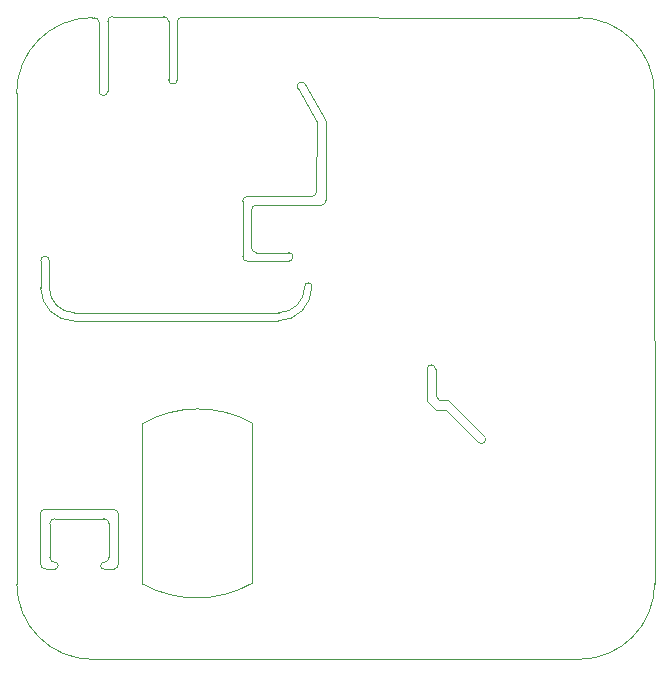
<source format=gbr>
%TF.GenerationSoftware,KiCad,Pcbnew,7.0.1*%
%TF.CreationDate,2023-04-03T11:39:16+02:00*%
%TF.ProjectId,smart_power_socket-54x54x1.6mm_3Cu,736d6172-745f-4706-9f77-65725f736f63,rev?*%
%TF.SameCoordinates,Original*%
%TF.FileFunction,Glue,Bot*%
%TF.FilePolarity,Positive*%
%FSLAX46Y46*%
G04 Gerber Fmt 4.6, Leading zero omitted, Abs format (unit mm)*
G04 Created by KiCad (PCBNEW 7.0.1) date 2023-04-03 11:39:16*
%MOMM*%
%LPD*%
G01*
G04 APERTURE LIST*
%TA.AperFunction,Profile*%
%ADD10C,0.100000*%
%TD*%
G04 APERTURE END LIST*
D10*
X116034099Y-112111772D02*
X116052969Y-116354114D01*
X116053012Y-116354114D02*
G75*
G03*
X116483456Y-116764113I410688J214D01*
G01*
X122643533Y-112108968D02*
G75*
G03*
X122213106Y-111698969I-410133J368D01*
G01*
X133166963Y-90296963D02*
X133169024Y-85632061D01*
X149514022Y-102110000D02*
X149514022Y-99850000D01*
X133983518Y-104398103D02*
X133983518Y-117967975D01*
X138475031Y-75704054D02*
G75*
G03*
X137833206Y-76074610I-320931J-185246D01*
G01*
X121850193Y-112910000D02*
G75*
G03*
X121419756Y-112500002I-410293J200D01*
G01*
X118920000Y-95070000D02*
X136210000Y-95070000D01*
X133580000Y-90710000D02*
X137060000Y-90710871D01*
X114049965Y-118009947D02*
X114031486Y-76477000D01*
X139031575Y-92830000D02*
G75*
G03*
X138428425Y-92830000I-301575J0D01*
G01*
X124690000Y-104455063D02*
X124690000Y-118024935D01*
X117263698Y-112493958D02*
X121419756Y-112500001D01*
X116810000Y-92960000D02*
X116810000Y-90660000D01*
X116843168Y-115784446D02*
G75*
G03*
X117273699Y-116194445I410532J46D01*
G01*
X128063037Y-70017000D02*
G75*
G03*
X127650000Y-70430000I-37J-413000D01*
G01*
X153640000Y-105505978D02*
X151100000Y-102965978D01*
X122240273Y-116774315D02*
X121440275Y-116774758D01*
X133983533Y-104398077D02*
G75*
G03*
X124690000Y-104455064I-4596133J-8285823D01*
G01*
X150395978Y-103310000D02*
X153115978Y-106030000D01*
X137060000Y-90710809D02*
G75*
G03*
X137060000Y-89969791I0J370509D01*
G01*
X139007938Y-85220975D02*
G75*
G03*
X139420975Y-84807938I-38J413075D01*
G01*
X117273699Y-116768755D02*
G75*
G03*
X117273699Y-116194445I1J287155D01*
G01*
X150560000Y-102425978D02*
X149830000Y-102425978D01*
X134332062Y-85960000D02*
X139817938Y-85960975D01*
X126898920Y-75336963D02*
G75*
G03*
X127640000Y-75336963I370540J0D01*
G01*
X134332062Y-89980000D02*
X137060000Y-89969791D01*
X140230000Y-78840000D02*
X138475001Y-75704071D01*
X133582061Y-85219024D02*
G75*
G03*
X133169024Y-85632061I39J-413076D01*
G01*
X133919025Y-89566963D02*
X133919025Y-86373037D01*
X116810000Y-90660000D02*
G75*
G03*
X116068920Y-90660000I-370540J0D01*
G01*
X126903000Y-70403037D02*
G75*
G03*
X126490000Y-69990000I-413000J37D01*
G01*
X149514022Y-99850000D02*
G75*
G03*
X148772942Y-99850000I-370540J0D01*
G01*
X139420975Y-84807938D02*
X139440000Y-78900000D01*
X168031605Y-76476965D02*
G75*
G03*
X161631486Y-70076895I-6400005J65D01*
G01*
X139440000Y-78900000D02*
X137833206Y-76074610D01*
X120431556Y-70076930D02*
X120597938Y-70076930D01*
X136170000Y-95760833D02*
G75*
G03*
X139031574Y-92830000I-23700J2885533D01*
G01*
X122240273Y-116774368D02*
G75*
G03*
X122650272Y-116343828I127J410368D01*
G01*
X126490000Y-69990000D02*
X122160000Y-69990000D01*
X127650000Y-70430000D02*
X127640000Y-75336963D01*
X116810000Y-92960000D02*
G75*
G03*
X118920000Y-95070000I2110000J0D01*
G01*
X168050035Y-118009912D02*
X168031556Y-76476965D01*
X133167000Y-90296963D02*
G75*
G03*
X133580000Y-90710000I413000J-37D01*
G01*
X122649754Y-116343828D02*
X122643593Y-112108968D01*
X118880000Y-95760871D02*
X136170000Y-95760871D01*
X122160000Y-69989963D02*
G75*
G03*
X121746963Y-70403037I0J-413037D01*
G01*
X140230975Y-85547938D02*
X140230000Y-78840000D01*
X150395978Y-103310000D02*
X149520000Y-103307058D01*
X120431556Y-70076886D02*
G75*
G03*
X114031486Y-76477000I44J-6400114D01*
G01*
X116483456Y-116764113D02*
X117273699Y-116768716D01*
X148772942Y-102560000D02*
X149520000Y-103307058D01*
X128063037Y-70016963D02*
X161631486Y-70076895D01*
X116843212Y-115784446D02*
X116853699Y-112924445D01*
X136210000Y-95070029D02*
G75*
G03*
X138428425Y-92830000I0J2218529D01*
G01*
X117263698Y-112494005D02*
G75*
G03*
X116853700Y-112924445I-198J-410295D01*
G01*
X121005883Y-76300000D02*
G75*
G03*
X121746963Y-76300000I370540J0D01*
G01*
X151100000Y-102965978D02*
X150560000Y-102425978D01*
X133919100Y-89566963D02*
G75*
G03*
X134332062Y-89980000I413000J-37D01*
G01*
X134332062Y-85960025D02*
G75*
G03*
X133919025Y-86373037I-62J-412975D01*
G01*
X120450035Y-124410017D02*
X161649965Y-124409982D01*
X121440275Y-116200442D02*
G75*
G03*
X121440275Y-116774758I25J-287158D01*
G01*
X139007938Y-85220975D02*
X133582061Y-85219024D01*
X149830000Y-102425978D02*
X149514022Y-102110000D01*
X122213106Y-111698969D02*
X116444098Y-111681285D01*
X116444098Y-111681308D02*
G75*
G03*
X116034099Y-112111772I-98J-410392D01*
G01*
X121849756Y-115770000D02*
X121850243Y-112910000D01*
X148772942Y-99850000D02*
X148772942Y-102560000D01*
X121010975Y-70489967D02*
X121005883Y-76300000D01*
X121010970Y-70489967D02*
G75*
G03*
X120597938Y-70076930I-413070J-33D01*
G01*
X126903037Y-70403037D02*
X126898920Y-75336963D01*
X124690024Y-118024892D02*
G75*
G03*
X133983518Y-117967974I4596176J8285692D01*
G01*
X116069129Y-92950000D02*
X116068920Y-90660000D01*
X116069129Y-92950000D02*
G75*
G03*
X118880000Y-95760871I2810871J0D01*
G01*
X114049983Y-118009947D02*
G75*
G03*
X120450035Y-124410017I6400217J147D01*
G01*
X139817938Y-85960975D02*
G75*
G03*
X140230975Y-85547938I-38J413075D01*
G01*
X161649965Y-124410035D02*
G75*
G03*
X168050035Y-118009912I-65J6400135D01*
G01*
X121440275Y-116200461D02*
G75*
G03*
X121850273Y-115770000I25J410461D01*
G01*
X153115978Y-106030000D02*
G75*
G03*
X153640000Y-105505978I262011J262011D01*
G01*
X121746963Y-70403037D02*
X121746963Y-76300000D01*
M02*

</source>
